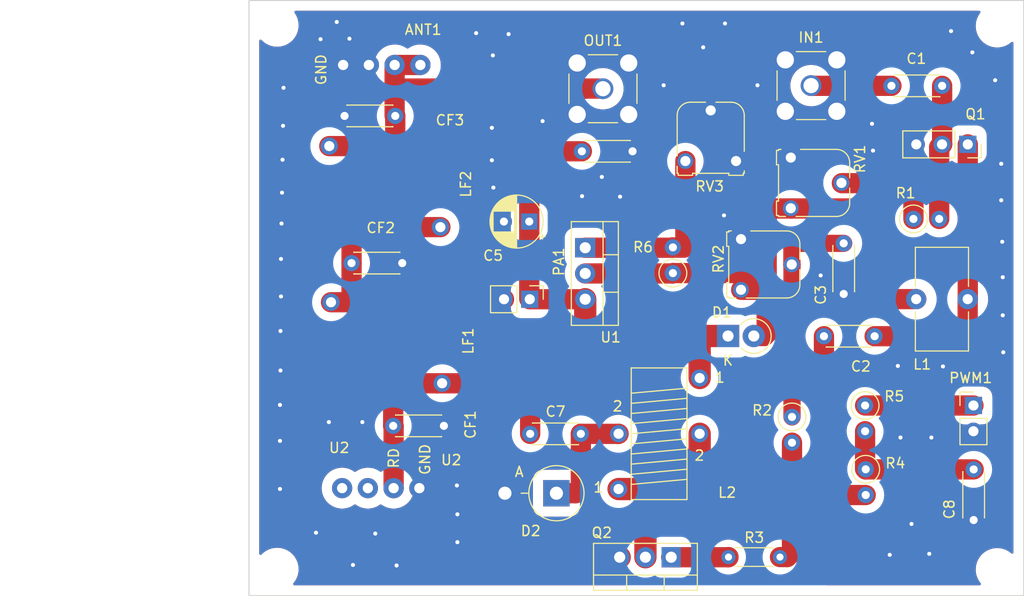
<source format=kicad_pcb>
(kicad_pcb (version 20211014) (generator pcbnew)
  (layers (0 "F.Cu" signal) (31 "B.Cu" signal) (35 "F.Paste" user) (37 "F.SilkS" user "F.Silkscreen") (38 "B.Mask" user) (39 "F.Mask" user) (44 "Edge.Cuts" user))
  (net 0 "")
  (net 1 "GND")
  (net 2 "+VDC")
  (net 3 "Net-(CF2-Pad1)")
  (net 4 "Net-(C3-Pad1)")
  (net 5 "Net-(PWM1-Pad1)")
  (net 6 "/DC_BIAS_1")
  (net 7 "Net-(C2-Pad2)")
  (net 8 "/RF_IN_200mW")
  (net 9 "Net-(D1-Pad2)")
  (net 10 "Net-(Q2-Pad1)")
  (net 11 "Net-(R1-Pad1)")
  (net 12 "Net-(C7-Pad2)")
  (net 13 "Net-(C8-Pad1)")
  (net 14 "/8-10mW")
  (net 15 "/RF_OUT")
  (net 16 "Net-(CF3-Pad1)")
  (net 17 "/DRAIN")
  (net 20 "Net-(R6-Pad2)")
  (footprint "footprints:uSDX_LPF_Band_Module" (layer "F.Cu") (at 12.51 80.695 90)
    (fp_text reference "U2" (at 6.781 33.21) (layer "F.SilkS"))
    (fp_text value "uSDX_LPF_BAND_MODULE (100v caps)" hide)
    (fp_text user "GND" (at 44.119 31.432 270) (layer "F.SilkS"))
    (fp_text user "GND" (at 5.635 41.68 270) (layer "F.SilkS"))
    (fp_text user "ANT1" (at 48.065 41.5) (layer "F.SilkS"))
    (pad "1" thru_hole circle (at 2.8 33.5 270) (size 2 2) (drill 1.016) (layers *.Cu *.Mask))
    (pad "2" thru_hole circle (at 2.8 36.04 270) (size 2 2) (drill 1.016) (layers *.Cu *.Mask))
    (pad "3" thru_hole circle (at 2.8 38.58 270) (size 2 2) (drill 1.016) (layers *.Cu *.Mask) (net 15 "/RF_OUT"))
    (pad "4" thru_hole circle (at 2.8 41.12 270) (size 2 2) (drill 1.016) (layers *.Cu *.Mask) (net 1 "GND"))
    (pad "5" thru_hole circle (at 44.58 41.22 270) (size 2 2) (drill 1.016) (layers *.Cu *.Mask) (net 16 "Net-(CF3-Pad1)"))
    (pad "6" thru_hole circle (at 44.58 38.68 270) (size 2 2) (drill 1.016) (layers *.Cu *.Mask) (net 16 "Net-(CF3-Pad1)"))
    (pad "7" thru_hole circle (at 44.58 36.14 270) (size 2 2) (drill 1.016) (layers *.Cu *.Mask) (net 1 "GND"))
    (pad "8" thru_hole circle (at 44.58 33.6 270) (size 2 2) (drill 1.016) (layers *.Cu *.Mask) (net 1 "GND"))
  )
  (footprint "Resistor_THT:R_Axial_DIN0204_L3.6mm_D1.6mm_P5.08mm_Horizontal" (layer "F.Cu") (at 84.125 84.7)
    (fp_text reference "R3" (at 2.54 -1.92) (layer "F.SilkS"))
    (fp_text value "10" hide)
    (pad "1" thru_hole circle locked (at 0 0) (size 1.4 1.4) (drill 0.7) (layers *.Cu *.Mask) (net 10 "Net-(Q2-Pad1)"))
    (pad "2" thru_hole oval locked (at 5.08 0) (size 1.4 1.4) (drill 0.7) (layers *.Cu *.Mask) (net 8 "/RF_IN_200mW"))
  )
  (footprint "Capacitor_THT:C_Disc_D4.3mm_W1.9mm_P5.00mm" (layer "F.Cu") (at 108.31 76.045 -90)
    (fp_text reference "C8" (at 3.935 2.4 90) (layer "F.SilkS"))
    (fp_text value "10nF" hide)
    (pad "1" thru_hole circle locked (at 0 0 270) (size 1.6 1.6) (drill 0.8) (layers *.Cu *.Mask) (net 13 "Net-(C8-Pad1)"))
    (pad "2" thru_hole circle locked (at 5 0 270) (size 1.6 1.6) (drill 0.8) (layers *.Cu *.Mask) (net 1 "GND"))
  )
  (footprint "Capacitor_THT:C_Disc_D4.3mm_W1.9mm_P5.00mm" (layer "F.Cu") (at 93.54 62.895)
    (fp_text reference "C2" (at 3.64 2.98) (layer "F.SilkS"))
    (fp_text value "100nF" hide)
    (pad "1" thru_hole circle locked (at 0 0) (size 1.6 1.6) (drill 0.8) (layers *.Cu *.Mask) (net 8 "/RF_IN_200mW"))
    (pad "2" thru_hole circle locked (at 5 0) (size 1.6 1.6) (drill 0.8) (layers *.Cu *.Mask) (net 7 "Net-(C2-Pad2)"))
  )
  (footprint "Resistor_THT:R_Axial_DIN0207_L6.3mm_D2.5mm_P2.54mm_Vertical" (layer "F.Cu") (at 97.6 69.735 -90)
    (fp_text reference "R5" (at -0.901 -2.88) (layer "F.SilkS"))
    (fp_text value "10k" hide)
    (pad "1" thru_hole circle locked (at 0 0 270) (size 1.6 1.6) (drill 0.8) (layers *.Cu *.Mask) (net 5 "Net-(PWM1-Pad1)"))
    (pad "2" thru_hole oval locked (at 2.54 0 270) (size 1.6 1.6) (drill 0.8) (layers *.Cu *.Mask) (net 13 "Net-(C8-Pad1)"))
  )
  (footprint "Capacitor_THT:C_Disc_D4.3mm_W1.9mm_P5.00mm" (layer "F.Cu") (at 64.56 72.535)
    (fp_text reference "C7" (at 2.5 -2.2) (layer "F.SilkS"))
    (fp_text value "100nF 100v" hide)
    (pad "1" thru_hole circle locked (at 0 0) (size 1.6 1.6) (drill 0.8) (layers *.Cu *.Mask) (net 15 "/RF_OUT"))
    (pad "2" thru_hole circle locked (at 5 0) (size 1.6 1.6) (drill 0.8) (layers *.Cu *.Mask) (net 12 "Net-(C7-Pad2)"))
  )
  (footprint "Connector_PinHeader_2.54mm:PinHeader_1x02_P2.54mm_Vertical" (layer "F.Cu") (at 108.29 69.735)
    (fp_text reference "PWM1" (at -0.27 -2.72) (layer "F.SilkS"))
    (fp_text value "Conn_01x02" hide)
    (pad "1" thru_hole rect locked (at 0 0) (size 1.7 1.7) (drill 1) (layers *.Cu *.Mask) (net 5 "Net-(PWM1-Pad1)"))
    (pad "2" thru_hole oval locked (at 0 2.54) (size 1.7 1.7) (drill 1) (layers *.Cu *.Mask) (net 1 "GND"))
  )
  (footprint "Package_TO_SOT_THT:TO-220-3_Vertical" (layer "F.Cu") (at 78.47 84.715 180)
    (fp_text reference "Q2" (at 6.842 2.419) (layer "F.SilkS"))
    (fp_text value "IRF510" hide)
    (pad "1" thru_hole rect locked (at 0 0 180) (size 1.905 2) (drill 1.1) (layers *.Cu *.Mask) (net 10 "Net-(Q2-Pad1)"))
    (pad "2" thru_hole oval locked (at 2.54 0 180) (size 1.905 2) (drill 1.1) (layers *.Cu *.Mask) (net 17 "/DRAIN"))
    (pad "3" thru_hole oval locked (at 5.08 0 180) (size 1.905 2) (drill 1.1) (layers *.Cu *.Mask) (net 1 "GND"))
  )
  (footprint "Resistor_THT:R_Axial_DIN0207_L6.3mm_D2.5mm_P2.54mm_Vertical" (layer "F.Cu") (at 97.66 76.035 -90)
    (fp_text reference "R4" (at -0.597 -2.924 180) (layer "F.SilkS"))
    (fp_text value "10k" hide)
    (pad "1" thru_hole circle locked (at 0 0 270) (size 1.6 1.6) (drill 0.8) (layers *.Cu *.Mask) (net 13 "Net-(C8-Pad1)"))
    (pad "2" thru_hole oval locked (at 2.54 0 270) (size 1.6 1.6) (drill 0.8) (layers *.Cu *.Mask) (net 8 "/RF_IN_200mW"))
  )
  (footprint "Resistor_THT:R_Axial_DIN0207_L6.3mm_D2.5mm_P2.54mm_Vertical" (layer "F.Cu") (at 90.39 70.865 -90)
    (fp_text reference "R2" (at -0.65 2.95 180) (layer "F.SilkS"))
    (fp_text value "3.3k" hide)
    (pad "1" thru_hole circle locked (at 0 0 270) (size 1.6 1.6) (drill 0.8) (layers *.Cu *.Mask) (net 4 "Net-(C3-Pad1)"))
    (pad "2" thru_hole oval locked (at 2.54 0 270) (size 1.6 1.6) (drill 0.8) (layers *.Cu *.Mask) (net 8 "/RF_IN_200mW"))
  )
  (footprint "Capacitor_THT:C_Disc_D4.3mm_W1.9mm_P5.00mm" (layer "F.Cu") (at 105.2 38.175 180)
    (fp_text reference "C1" (at 2.544 2.682) (layer "F.SilkS"))
    (fp_text value "100nF" hide)
    (pad "1" thru_hole circle locked (at 0 0 180) (size 1.6 1.6) (drill 0.8) (layers *.Cu *.Mask) (net 6 "/DC_BIAS_1"))
    (pad "2" thru_hole circle locked (at 5 0 180) (size 1.6 1.6) (drill 0.8) (layers *.Cu *.Mask) (net 14 "/8-10mW"))
  )
  (footprint "Connector_PinSocket_2.54mm:PinSocket_1x03_P2.54mm_Vertical" (layer "F.Cu") (at 107.73 43.955 -90)
    (fp_text reference "Q1" (at -2.985 -0.76 180) (layer "F.SilkS"))
    (fp_text value "BS170" hide)
    (pad "1" thru_hole rect locked (at 0 0 270) (size 1.7 1.7) (drill 1) (layers *.Cu *.Mask) (net 7 "Net-(C2-Pad2)"))
    (pad "2" thru_hole oval locked (at 0 2.54 270) (size 1.7 1.7) (drill 1) (layers *.Cu *.Mask) (net 6 "/DC_BIAS_1"))
    (pad "3" thru_hole oval locked (at 0 5.08 270) (size 1.7 1.7) (drill 1) (layers *.Cu *.Mask) (net 1 "GND"))
  )
  (footprint "Resistor_THT:R_Axial_DIN0207_L6.3mm_D2.5mm_P2.54mm_Vertical" (layer "F.Cu") (at 102.37 51.315)
    (fp_text reference "R1" (at -0.77 -2.547 180) (layer "F.SilkS"))
    (fp_text value "4.7k" hide)
    (pad "1" thru_hole circle locked (at 0 0) (size 1.6 1.6) (drill 0.8) (layers *.Cu *.Mask) (net 11 "Net-(R1-Pad1)"))
    (pad "2" thru_hole oval locked (at 2.54 0) (size 1.6 1.6) (drill 0.8) (layers *.Cu *.Mask) (net 6 "/DC_BIAS_1"))
  )
  (footprint "Inductor_THT:L_Toroid_Vertical_L10.0mm_W5.0mm_P5.08mm" (layer "F.Cu") (at 107.72 59.235 -90)
    (fp_text reference "L1" (at 6.44 4.49 180) (layer "F.SilkS"))
    (fp_text value "L_Ferrite" hide)
    (pad "1" thru_hole circle locked (at 0 0 270) (size 2 2) (drill 1) (layers *.Cu *.Mask) (net 7 "Net-(C2-Pad2)"))
    (pad "2" thru_hole circle locked (at 0 5.08 270) (size 2 2) (drill 1) (layers *.Cu *.Mask) (net 9 "Net-(D1-Pad2)"))
  )
  (footprint "Diode_THT:D_DO-41_SOD81_P2.54mm_Vertical_KathodeUp" (layer "F.Cu") (at 84.08 62.875)
    (fp_text reference "D1" (at -0.61 -2.325) (layer "F.SilkS"))
    (fp_text value "1N4007" hide)
    (fp_text user "K" (at -0.01 2.415) (layer "F.SilkS"))
    (pad "1" thru_hole rect (at 0 0) (size 2.2 2.2) (drill 1.1) (layers *.Cu *.Mask) (net 2 "+VDC"))
    (pad "2" thru_hole oval (at 2.54 0) (size 2.2 2.2) (drill 1.1) (layers *.Cu *.Mask) (net 9 "Net-(D1-Pad2)"))
  )
  (footprint "footprints:FT50-43 Transformer" (layer "F.Cu") (at 77.28 80.525 180)
    (fp_text reference "L2" (at -6.71 2.195 unlocked) (layer "F.SilkS"))
    (fp_text value "L_Ferrite_Coupled" hide)
    (pad "1" thru_hole circle locked (at 4 2.54 180) (size 1.7 1.7) (drill 1) (layers *.Cu *.Mask) (net 17 "/DRAIN"))
    (pad "2" thru_hole circle locked (at -4 13.5 180) (size 1.7 1.7) (drill 1) (layers *.Cu *.Mask) (net 2 "+VDC"))
    (pad "3" thru_hole circle locked (at 4 8 180) (size 1.7 1.7) (drill 1) (layers *.Cu *.Mask) (net 12 "Net-(C7-Pad2)"))
    (pad "4" thru_hole circle locked (at -4 8 180) (size 1.7 1.7) (drill 1) (layers *.Cu *.Mask) (net 17 "/DRAIN"))
  )
  (footprint "Potentiometer_THT:Potentiometer_Runtron_RM-065_Vertical" (layer "F.Cu") (at 85.36 58.31 90)
    (fp_text reference "RV2" (at 3.04 -2.22 270) (layer "F.SilkS"))
    (fp_text value "5k")
    (pad "1" thru_hole rect (at 5 0 90) (size 1.56 1.56) (drill 1) (layers *.Cu *.Mask) (net 1 "GND"))
    (pad "2" thru_hole circle (at 2.5 5 90) (size 1.56 1.56) (drill 1) (layers *.Cu *.Mask) (net 4 "Net-(C3-Pad1)"))
    (pad "3" thru_hole circle (at 0 0 90) (size 1.56 1.56) (drill 1) (layers *.Cu *.Mask) (net 9 "Net-(D1-Pad2)"))
  )
  (footprint "Potentiometer_THT:Potentiometer_Runtron_RM-065_Vertical" (layer "F.Cu") (at 90.27 50.26 90)
    (fp_text reference "RV1" (at 4.86 6.82 90) (layer "F.SilkS"))
    (fp_text value "5k")
    (pad "1" thru_hole rect (at 5 0 90) (size 1.56 1.56) (drill 1) (layers *.Cu *.Mask) (net 1 "GND"))
    (pad "2" thru_hole circle (at 2.5 5 90) (size 1.56 1.56) (drill 1) (layers *.Cu *.Mask) (net 11 "Net-(R1-Pad1)"))
    (pad "3" thru_hole circle (at 0 0 90) (size 1.56 1.56) (drill 1) (layers *.Cu *.Mask) (net 9 "Net-(D1-Pad2)"))
  )
  (footprint "Capacitor_THT:C_Disc_D4.3mm_W1.9mm_P5.00mm" (layer "F.Cu") (at 95.49 53.725 -90)
    (fp_text reference "C3" (at 5.09 2.27 -90) (layer "F.SilkS"))
    (fp_text value "100nF" hide)
    (pad "1" thru_hole circle locked (at 0 0 270) (size 1.6 1.6) (drill 0.8) (layers *.Cu *.Mask) (net 4 "Net-(C3-Pad1)"))
    (pad "2" thru_hole circle locked (at 5 0 270) (size 1.6 1.6) (drill 0.8) (layers *.Cu *.Mask) (net 1 "GND"))
  )
  (footprint "Capacitor_THT:CP_Radial_D5.0mm_P2.50mm" (layer "F.Cu") (at 64.47 51.575 180)
    (fp_text reference "C5" (at 3.568 -3.362) (layer "F.SilkS"))
    (fp_text value "10uF 50v" hide)
    (pad "1" thru_hole rect locked (at 0 0 180) (size 1.6 1.6) (drill 0.8) (layers *.Cu *.Mask) (net 2 "+VDC"))
    (pad "2" thru_hole circle locked (at 2.5 0 180) (size 1.6 1.6) (drill 0.8) (layers *.Cu *.Mask) (net 1 "GND"))
  )
  (footprint "Capacitor_THT:C_Disc_D4.3mm_W1.9mm_P5.00mm" (layer "F.Cu") (at 69.66 44.637)
    (fp_text reference "C6" hide)
    (fp_text value "100nF" hide)
    (pad "1" thru_hole circle locked (at 0 0) (size 1.6 1.6) (drill 0.8) (layers *.Cu *.Mask) (net 2 "+VDC"))
    (pad "2" thru_hole circle locked (at 5 0) (size 1.6 1.6) (drill 0.8) (layers *.Cu *.Mask) (net 1 "GND"))
  )
  (footprint "Package_TO_SOT_THT:TO-220-3_Vertical" (layer "F.Cu") (at 69.99 54.16 -90)
    (fp_text reference "U1" (at 8.84 -2.51) (layer "F.SilkS"))
    (fp_text value "LM317_TO-220" hide)
    (pad "1" thru_hole rect locked (at 0 0 270) (size 1.905 2) (drill 1.1) (layers *.Cu *.Mask) (net 20 "Net-(R6-Pad2)"))
    (pad "2" thru_hole oval locked (at 2.54 0 270) (size 1.905 2) (drill 1.1) (layers *.Cu *.Mask) (net 9 "Net-(D1-Pad2)"))
    (pad "3" thru_hole oval locked (at 5.08 0 270) (size 1.905 2) (drill 1.1) (layers *.Cu *.Mask) (net 2 "+VDC"))
  )
  (footprint "Connector_PinHeader_2.54mm:PinHeader_1x02_P2.54mm_Vertical" (layer "F.Cu") (at 64.52 59.245 -90)
    (fp_text reference "PA1" (at -3.7 -2.87 -90) (layer "F.SilkS"))
    (fp_text value "VDC" hide)
    (pad "1" thru_hole rect locked (at 0 0 270) (size 1.7 1.7) (drill 1) (layers *.Cu *.Mask) (net 2 "+VDC"))
    (pad "2" thru_hole oval locked (at 0 2.54 270) (size 1.7 1.7) (drill 1) (layers *.Cu *.Mask) (net 1 "GND"))
  )
  (footprint "Diode_THT:D_DO-201_P5.08mm_Vertical_AnodeUp" (layer "F.Cu") (at 67.15 78.395 180)
    (fp_text reference "D2" (at 2.54 -3.725) (layer "F.SilkS"))
    (fp_text value "75v 5W" hide)
    (fp_text user "A" (at 3.67 2.105) (layer "F.SilkS"))
    (pad "1" thru_hole rect locked (at 0 0 180) (size 2.6 2.6) (drill 1.3) (layers *.Cu *.Mask) (net 12 "Net-(C7-Pad2)"))
    (pad "2" thru_hole oval locked (at 5.08 0 180) (size 2.6 2.6) (drill 1.3) (layers *.Cu *.Mask) (net 1 "GND"))
  )
  (footprint "MountingHole:MountingHole_2.2mm_M2" (layer "F.Cu") (at 39.6 85.9)
    (fp_text reference "H3" hide)
    (fp_text value "MountingHole" hide)
    (pad "" np_thru_hole circle (at 0 0) (size 2.2 2.2) (drill 2.2) (layers *.Cu *.Mask))
  )
  (footprint "Capacitor_THT:C_Disc_D4.3mm_W1.9mm_P5.00mm" (layer "F.Cu") (at 46.94 55.675)
    (fp_text reference "CF2" (at 2.88 -3.476 180) (layer "F.SilkS"))
    (fp_text value "180pF" hide)
    (pad "1" thru_hole circle locked (at 0 0) (size 1.6 1.6) (drill 0.8) (layers *.Cu *.Mask) (net 3 "Net-(CF2-Pad1)"))
    (pad "2" thru_hole circle locked (at 5 0) (size 1.6 1.6) (drill 0.8) (layers *.Cu *.Mask) (net 1 "GND"))
  )
  (footprint "Connector_Coaxial:SMA_Amphenol_901-144_Vertical" (layer "F.Cu") (at 92.27 38.15)
    (fp_text reference "IN1" (at 0 -4.75) (layer "F.SilkS"))
    (fp_text value "SMA" hide)
    (pad "1" thru_hole circle locked (at 0 0) (size 2.05 2.05) (drill 1.5) (layers *.Cu *.Mask) (net 14 "/8-10mW"))
    (pad "2" thru_hole circle locked (at -2.54 2.54) (size 2.25 2.25) (drill 1.7) (layers *.Cu *.Mask) (net 1 "GND"))
    (pad "2" thru_hole circle locked (at 2.54 2.54) (size 2.25 2.25) (drill 1.7) (layers *.Cu *.Mask) (net 1 "GND"))
    (pad "2" thru_hole circle locked (at -2.54 -2.54) (size 2.25 2.25) (drill 1.7) (layers *.Cu *.Mask) (net 1 "GND"))
    (pad "2" thru_hole circle locked (at 2.54 -2.54) (size 2.25 2.25) (drill 1.7) (layers *.Cu *.Mask) (net 1 "GND"))
  )
  (footprint "Potentiometer_THT:Potentiometer_Runtron_RM-065_Vertical" (layer "F.Cu") (at 84.87 45.6 180)
    (fp_text reference "RV3" (at 2.6 -2.5 180) (layer "F.SilkS"))
    (fp_text value "5k")
    (pad "1" thru_hole rect (at 0 0 180) (size 1.56 1.56) (drill 1) (layers *.Cu *.Mask) (net 1 "GND"))
    (pad "2" thru_hole circle (at 2.5 5 180) (size 1.56 1.56) (drill 1) (layers *.Cu *.Mask) (net 1 "GND"))
    (pad "3" thru_hole circle (at 5 0 180) (size 1.56 1.56) (drill 1) (layers *.Cu *.Mask) (net 20 "Net-(R6-Pad2)"))
  )
  (footprint "Resistor_THT:R_Axial_DIN0207_L6.3mm_D2.5mm_P2.54mm_Vertical" (layer "F.Cu") (at 78.64 56.665 90)
    (fp_text reference "R6" (at 2.563 -2.948 180) (layer "F.SilkS"))
    (fp_text value "220" hide)
    (pad "1" thru_hole circle locked (at 0 0 90) (size 1.6 1.6) (drill 0.8) (layers *.Cu *.Mask) (net 9 "Net-(D1-Pad2)"))
    (pad "2" thru_hole oval locked (at 2.54 0 90) (size 1.6 1.6) (drill 0.8) (layers *.Cu *.Mask) (net 20 "Net-(R6-Pad2)"))
  )
  (footprint "Capacitor_THT:C_Disc_D4.3mm_W1.9mm_P5.00mm" (layer "F.Cu") (at 51.25 41.145 180)
    (fp_text reference "CF3" (at -5.4 -0.425 180) (layer "F.SilkS"))
    (fp_text value "100pF" hide)
    (pad "1" thru_hole circle locked (at 0 0 180) (size 1.6 1.6) (drill 0.8) (layers *.Cu *.Mask) (net 16 "Net-(CF3-Pad1)"))
    (pad "2" thru_hole circle locked (at 5 0 180) (size 1.6 1.6) (drill 0.8) (layers *.Cu *.Mask) (net 1 "GND"))
  )
  (footprint "footprints:FT50-43 INDUCTOR" (layer "F.Cu") (at 58.245 48.125 -90)
    (fp_text reference "LF2" (at -0.244 0.032 90 unlocked) (layer "F.SilkS"))
    (fp_text value "330nH (T50-6 9T)" hide)
    (pad "1" thru_hole circle (at 4 2.54 270) (size 1.7 1.7) (drill 1) (layers *.Cu *.Mask) (net 3 "Net-(CF2-Pad1)"))
    (pad "2" thru_hole circle (at -4 13.5 270) (size 1.7 1.7) (drill 1) (layers *.Cu *.Mask) (net 16 "Net-(CF3-Pad1)"))
  )
  (footprint "Capacitor_THT:C_Disc_D4.3mm_W1.9mm_P5.00mm" (layer "F.Cu") (at 51.05 71.745)
    (fp_text reference "CF1" (at 7.62 -0.115 90) (layer "F.SilkS"))
    (fp_text value "100pF" hide)
    (pad "1" thru_hole circle locked (at 0 0) (size 1.6 1.6) (drill 0.8) (layers *.Cu *.Mask) (net 15 "/RF_OUT"))
    (pad "2" thru_hole circle locked (at 5 0) (size 1.6 1.6) (drill 0.8) (layers *.Cu *.Mask) (net 1 "GND"))
  )
  (footprint "Connector_Coaxial:SMA_Amphenol_901-144_Vertical" (layer "F.Cu") (at 71.74 38.46)
    (fp_text reference "OUT1" (at 0 -4.75) (layer "F.SilkS"))
    (fp_text value "SMA" hide)
    (pad "1" thru_hole circle locked (at 0 0) (size 2.05 2.05) (drill 1.5) (layers *.Cu *.Mask) (net 16 "Net-(CF3-Pad1)"))
    (pad "2" thru_hole circle locked (at 2.54 2.54) (size 2.25 2.25) (drill 1.7) (layers *.Cu *.Mask) (net 1 "GND"))
    (pad "2" thru_hole circle locked (at -2.54 -2.54) (size 2.25 2.25) (drill 1.7) (layers *.Cu *.Mask) (net 1 "GND"))
    (pad "2" thru_hole circle locked (at 2.54 -2.54) (size 2.25 2.25) (drill 1.7) (layers *.Cu *.Mask) (net 1 "GND"))
    (pad "2" thru_hole circle locked (at -2.54 2.54) (size 2.25 2.25) (drill 1.7) (layers *.Cu *.Mask) (net 1 "GND"))
  )
  (footprint "MountingHole:MountingHole_2.2mm_M2" (layer "F.Cu") (at 39.6 32.2)
    (fp_text reference "H1" hide)
    (fp_text value "MountingHole" hide)
    (pad "" np_thru_hole circle (at 0 0) (size 2.2 2.2) (drill 2.2) (layers *.Cu *.Mask))
  )
  (footprint "footprints:FT50-43 INDUCTOR" (layer "F.Cu") (at 58.415 63.54 -90)
    (fp_text reference "LF1" (at -0.17 -0.038 90 unlocked) (layer "F.SilkS"))
    (fp_text value "330nH" hide)
    (pad "1" thru_hole circle (at 4 2.54 270) (size 1.7 1.7) (drill 1) (layers *.Cu *.Mask) (net 15 "/RF_OUT"))
    (pad "2" thru_hole circle (at -4 13.5 270) (size 1.7 1.7) (drill 1) (layers *.Cu *.Mask) (net 3 "Net-(CF2-Pad1)"))
  )
  (footprint "MountingHole:MountingHole_2.2mm_M2" (layer "F.Cu") (at 110.63 32.27)
    (fp_text reference "H2" hide)
    (fp_text value "MountingHole" hide)
    (pad "" np_thru_hole circle (at 0 0) (size 2.2 2.2) (drill 2.2) (layers *.Cu *.Mask))
  )
  (footprint "MountingHole:MountingHole_2.2mm_M2" (layer "F.Cu") (at 110.63 85.93)
    (fp_text reference "H4" hide)
    (fp_text value "MountingHole" hide)
    (pad "" np_thru_hole circle (at 0 0) (size 2.2 2.2) (drill 2.2) (layers *.Cu *.Mask))
  )
  (gr_rect (start 36.82 29.75) (end 113.25 88.5) (layer "Edge.Cuts") (width 0.1) (fill none))
  (gr_text "1" (at 83.28 66.975) (layer "F.SilkS") (effects (font (size 1 1))))
  (gr_text "U2" (at 56.77 75.12) (layer "F.SilkS") (effects (font (size 1 1))))
  (gr_text "2" (at 81.26 74.675) (layer "F.SilkS") (effects (font (size 1 1))))
  (gr_text "2" (at 73.18 69.815) (layer "F.SilkS") (effects (font (size 1 1))))
  (gr_text "1" (at 71.29 77.82) (layer "F.SilkS") (effects (font (size 1 1))))
  (gr_text "RD" (at 51.1 74.93 90) (layer "F.SilkS") (effects (font (size 1 1))))
  (segment (start 51.94 55.675) (end 58.41 55.675) (width 2) (layer "F.Cu") (net 1))
  (segment (start 62.32001 84.715) (end 62.3 84.69499) (width 2) (layer "F.Cu") (net 1))
  (segment (start 73.39 84.715) (end 62.32001 84.715) (width 2.2) (layer "F.Cu") (net 1))
  (segment (start 62.07 78.395) (end 62.07 84.46499) (width 2.2) (layer "F.Cu") (net 1))
  (segment (start 58.41 55.675) (end 61.98 59.245) (width 2) (layer "F.Cu") (net 1))
  (via (at 100.03 84.48) (size 0.8) (drill 0.4) (layers "F.Cu" "B.Cu") (net 1))
  (via (at 43.88 33.57) (size 0.8) (drill 0.4) (layers "F.Cu" "B.Cu") (net 1))
  (via (at 111.03 45.87) (size 0.8) (drill 0.4) (layers "F.Cu" "B.Cu") (net 1))
  (via (at 83.68 50.97) (size 0.8) (drill 0.4) (layers "F.Cu" "B.Cu") (net 1))
  (via (at 106.08 32.77) (size 0.8) (drill 0.4) (layers "F.Cu" "B.Cu") (net 1))
  (via (at 111.23 64.48) (size 0.8) (drill 0.4) (layers "F.Cu" "B.Cu") (net 1))
  (via (at 39.878 77.978) (size 0.8) (drill 0.4) (layers "F.Cu" "B.Cu") (net 1))
  (via (at 101.092 72.898) (size 0.8) (drill 0.4) (layers "F.Cu" "B.Cu") (net 1))
  (via (at 111.18 60.83) (size 0.8) (drill 0.4) (layers "F.Cu" "B.Cu") (net 1))
  (via (at 39.93 62.38) (size 0.8) (drill 0.4) (layers "F.Cu" "B.Cu") (net 1))
  (via (at 71.63 47.17) (size 0.8) (drill 0.4) (layers "F.Cu" "B.Cu") (net 1))
  (via (at 104.14 72.898) (size 0.8) (drill 0.4) (layers "F.Cu" "B.Cu") (net 1))
  (via (at 39.93 66.28) (size 0.8) (drill 0.4) (layers "F.Cu" "B.Cu") (net 1))
  (via (at 39.98 55.27) (size 0.8) (drill 0.4) (layers "F.Cu" "B.Cu") (net 1))
  (via (at 60.88 35.17) (size 0.8) (drill 0.4) (layers "F.Cu" "B.Cu") (net 1))
  (via (at 45.48 31.87) (size 0.8) (drill 0.4) (layers "F.Cu" "B.Cu") (net 1))
  (via (at 103.93 84.38) (size 0.8) (drill 0.4) (layers "F.Cu" "B.Cu") (net 1))
  (via (at 44.704 71.374) (size 0.8) (drill 0.4) (layers "F.Cu" "B.Cu") (net 1))
  (via (at 81.63 34.37) (size 0.8) (drill 0.4) (layers "F.Cu" "B.Cu") (net 1))
  (via (at 60.93 48.22) (size 0.8) (drill 0.4) (layers "F.Cu" "B.Cu") (net 1))
  (via (at 79.58 32.02) (size 0.8) (drill 0.4) (layers "F.Cu" "B.Cu") (net 1))
  (via (at 60.78 45.52) (size 0.8) (drill 0.4) (layers "F.Cu" "B.Cu") (net 1))
  (via (at 59.23 32.97) (size 0.8) (drill 0.4) (layers "F.Cu" "B.Cu") (net 1))
  (via (at 51.38 85.53) (size 0.8) (drill 0.4) (layers "F.Cu" "B.Cu") (net 1))
  (via (at 40.03 51.77) (size 0.8) (drill 0.4) (layers "F.Cu" "B.Cu") (net 1))
  (via (at 62.43 33.07) (size 0.8) (drill 0.4) (layers "F.Cu" "B.Cu") (net 1))
  (via (at 93.218 56.896) (size 0.8) (drill 0.4) (layers "F.Cu" "B.Cu") (net 1))
  (via (at 40.23 38.37) (size 0.8) (drill 0.4) (layers "F.Cu" "B.Cu") (net 1))
  (via (at 86.98 38.12) (size 0.8) (drill 0.4) (layers "F.Cu" "B.Cu") (net 1))
  (via (at 83.78 32.02) (size 0.8) (drill 0.4) (layers "F.Cu" "B.Cu") (net 1))
  (via (at 57.38 80.48) (size 0.8) (drill 0.4) (layers "F.Cu" "B.Cu") (net 1))
  (via (at 69.68 49.07) (size 0.8) (drill 0.4) (layers "F.Cu" "B.Cu") (net 1))
  (via (at 77.73 38.12) (size 0.8) (drill 0.4) (layers "F.Cu" "B.Cu") (net 1))
  (via (at 73.43 49.12) (size 0.8) (drill 0.4) (layers "F.Cu" "B.Cu") (net 1))
  (via (at 40.18 42.12) (size 0.8) (drill 0.4) (layers "F.Cu" "B.Cu") (net 1))
  (via (at 57.33 77.63) (size 0.8) (drill 0.4) (layers "F.Cu" "B.Cu") (net 1))
  (via (at 111.03 49.47) (size 0.8) (drill 0.4) (layers "F.Cu" "B.Cu") (net 1))
  (via (at 40.08 48.72) (size 0.8) (drill 0.4) (layers "F.Cu" "B.Cu") (net 1))
  (via (at 111.13 53.57) (size 0.8) (drill 0.4) (layers "F.Cu" "B.Cu") (net 1))
  (via (at 105.28 65.88) (size 0.8) (drill 0.4) (layers "F.Cu" "B.Cu") (net 1))
  (via (at 98.38 44.57) (size 0.8) (drill 0.4) (layers "F.Cu" "B.Cu") (net 1))
  (via (at 48.006 71.374) (size 0.8) (drill 0.4) (layers "F.Cu" "B.Cu") (net 1))
  (via (at 98.28 41.92) (size 0.8) (drill 0.4) (layers "F.Cu" "B.Cu") (net 1))
  (via (at 43.434 82.296) (size 0.8) (drill 0.4) (layers "F.Cu" "B.Cu") (net 1))
  (via (at 108.18 34.87) (size 0.8) (drill 0.4) (layers "F.Cu" "B.Cu") (net 1))
  (via (at 46.73 33.52) (size 0.8) (drill 0.4) (layers "F.Cu" "B.Cu") (net 1))
  (via (at 57.38 83.23) (size 0.8) (drill 0.4) (layers "F.Cu" "B.Cu") (net 1))
  (via (at 110.43 37.62) (size 0.8) (drill 0.4) (layers "F.Cu" "B.Cu") (net 1))
  (via (at 60.78 42.32) (size 0.8) (drill 0.4) (layers "F.Cu" "B.Cu") (net 1))
  (via (at 39.88 69.68) (size 0.8) (drill 0.4) (layers "F.Cu" "B.Cu") (net 1))
  (via (at 100.83 65.83) (size 0.8) (drill 0.4) (layers "F.Cu" "B.Cu") (net 1))
  (via (at 65.786 41.656) (size 0.8) (drill 0.4) (layers "F.Cu" "B.Cu") (net 1))
  (via (at 49.28 82.38) (size 0.8) (drill 0.4) (layers "F.Cu" "B.Cu") (net 1))
  (via (at 111.18 57.07) (size 0.8) (drill 0.4) (layers "F.Cu" "B.Cu") (net 1))
  (via (at 39.88 73.23) (size 0.8) (drill 0.4) (layers "F.Cu" "B.Cu") (net 1))
  (via (at 39.98 58.97) (size 0.8) (drill 0.4) (layers "F.Cu" "B.Cu") (net 1))
  (via (at 40.13 45.47) (size 0.8) (drill 0.4) (layers "F.Cu" "B.Cu") (net 1))
  (via (at 47.08 85.48) (size 0.8) (drill 0.4) (layers "F.Cu" "B.Cu") (net 1))
  (via (at 102.18 81.43) (size 0.8) (drill 0.4) (layers "F.Cu" "B.Cu") (net 1))
  (segment (start 81.28 63.45) (end 80.705 62.875) (width 2) (layer "F.Cu") (net 2))
  (segment (start 65.133 44.637) (end 69.66 44.637) (width 2) (layer "F.Cu") (net 2))
  (segment (start 69.985 59.245) (end 69.99 59.24) (width 2) (layer "F.Cu") (net 2))
  (segment (start 81.28 67.025) (end 81.28 63.45) (width 2.2) (layer "F.Cu") (net 2))
  (segment (start 64.47 51.575) (end 64.47 59.195) (width 2) (layer "F.Cu") (net 2))
  (segment (start 64.52 59.245) (end 69.985 59.245) (width 2) (layer "F.Cu") (net 2))
  (segment (start 64.47 51.575) (end 64.47 45.3) (width 2) (layer "F.Cu") (net 2))
  (segment (start 64.47 45.3) (end 65.133 44.637) (width 2) (layer "F.Cu") (net 2))
  (segment (start 80.705 62.875) (end 70.375 62.875) (width 2.2) (layer "F.Cu") (net 2))
  (segment (start 70.375 62.875) (end 69.99 62.49) (width 2.2) (layer "F.Cu") (net 2))
  (segment (start 84.08 62.875) (end 80.705 62.875) (width 2.2) (layer "F.Cu") (net 2))
  (segment (start 69.99 62.49) (end 69.99 59.24) (width 2.2) (layer "F.Cu") (net 2))
  (segment (start 46.68 59.545) (end 46.675 59.54) (width 2) (layer "F.Cu") (net 3))
  (segment (start 46.94 55.675) (end 46.94 52.595) (width 2) (layer "F.Cu") (net 3))
  (segment (start 47.41 52.125) (end 55.705 52.125) (width 2) (layer "F.Cu") (net 3))
  (segment (start 46.94 59.285) (end 46.68 59.545) (width 2) (layer "F.Cu") (net 3))
  (segment (start 46.94 52.595) (end 47.41 52.125) (width 2) (layer "F.Cu") (net 3))
  (segment (start 46.675 59.54) (end 44.915 59.54) (width 2) (layer "F.Cu") (net 3))
  (segment (start 46.94 55.675) (end 46.94 59.285) (width 2) (layer "F.Cu") (net 3))
  (segment (start 90.38 55.81) (end 90.38 54.12) (width 1.7) (layer "F.Cu") (net 4))
  (segment (start 90.39 70.865) (end 90.39 55.82) (width 1.7) (layer "F.Cu") (net 4))
  (segment (start 90.38 54.12) (end 90.775 53.725) (width 1.7) (layer "F.Cu") (net 4))
  (segment (start 90.775 53.725) (end 95.49 53.725) (width 1.7) (layer "F.Cu") (net 4))
  (segment (start 90.39 55.82) (end 90.38 55.81) (width 1.7) (layer "F.Cu") (net 4))
  (segment (start 97.6 69.735) (end 108.29 69.735) (width 2) (layer "F.Cu") (net 5))
  (segment (start 104.91 44.235) (end 105.19 43.955) (width 2) (layer "F.Cu") (net 6))
  (segment (start 105.2 38.175) (end 105.2 43.945) (width 2) (layer "F.Cu") (net 6))
  (segment (start 104.91 51.315) (end 104.91 44.235) (width 2) (layer "F.Cu") (net 6))
  (segment (start 105.2 43.945) (end 105.19 43.955) (width 2) (layer "F.Cu") (net 6))
  (segment (start 107.72 62.62) (end 107.445 62.895) (width 2) (layer "F.Cu") (net 7))
  (segment (start 107.445 62.895) (end 98.54 62.895) (width 2) (layer "F.Cu") (net 7))
  (segment (start 107.73 59.225) (end 107.72 59.235) (width 2) (layer "F.Cu") (net 7))
  (segment (start 107.72 59.235) (end 107.72 62.62) (width 2) (layer "F.Cu") (net 7))
  (segment (start 107.73 43.955) (end 107.73 59.225) (width 2) (layer "F.Cu") (net 7))
  (segment (start 97.66 78.575) (end 94.32 78.575) (width 2) (layer "F.Cu") (net 8))
  (segment (start 93.345 78.575) (end 91.02 78.575) (width 2) (layer "F.Cu") (net 8))
  (segment (start 94.32 78.575) (end 93.345 78.575) (width 2) (layer "F.Cu") (net 8))
  (segment (start 93.54 78.38) (end 93.345 78.575) (width 2) (layer "F.Cu") (net 8))
  (segment (start 90.39 73.405) (end 90.39 77.945) (width 2) (layer "F.Cu") (net 8))
  (segment (start 90.39 77.945) (end 91.02 78.575) (width 2) (layer "F.Cu") (net 8))
  (segment (start 89.91 84.7) (end 89.205 84.7) (width 2) (layer "F.Cu") (net 8))
  (segment (start 90.39 77.945) (end 90.39 84.22) (width 2) (layer "F.Cu") (net 8))
  (segment (start 93.54 62.895) (end 93.54 78.38) (width 2) (layer "F.Cu") (net 8))
  (segment (start 90.39 84.22) (end 89.91 84.7) (width 2) (layer "F.Cu") (net 8))
  (segment (start 78.64 56.665) (end 87.435 56.665) (width 2) (layer "F.Cu") (net 9))
  (segment (start 98.94 59.235) (end 102.64 59.235) (width 2) (layer "F.Cu") (net 9))
  (segment (start 90.31 50.285) (end 98.41 50.285) (width 2) (layer "F.Cu") (net 9))
  (segment (start 87.89 58.37) (end 87.89 62.63) (width 2) (layer "F.Cu") (net 9))
  (segment (start 87.89 50.58) (end 88.185 50.285) (width 2) (layer "F.Cu") (net 9))
  (segment (start 88.185 50.285) (end 90.31 50.285) (width 2) (layer "F.Cu") (net 9))
  (segment (start 78.605 56.7) (end 78.64 56.665) (width 2) (layer "F.Cu") (net 9))
  (segment (start 98.81 50.685) (end 98.81 59.105) (width 2) (layer "F.Cu") (net 9))
  (segment (start 69.99 56.7) (end 78.605 56.7) (width 2) (layer "F.Cu") (net 9))
  (segment (start 98.41 50.285) (end 98.81 50.685) (width 2) (layer "F.Cu") (net 9))
  (segment (start 87.89 50.58) (end 87.89 57.12) (width 2) (layer "F.Cu") (net 9))
  (segment (start 87.645 62.875) (end 86.62 62.875) (width 2) (layer "F.Cu") (net 9))
  (segment (start 85.38 58.31) (end 87.83 58.31) (width 2) (layer "F.Cu") (net 9))
  (segment (start 87.89 57.12) (end 87.89 58.37) (width 2) (layer "F.Cu") (net 9))
  (segment (start 98.81 59.105) (end 98.94 59.235) (width 2) (layer "F.Cu") (net 9))
  (segment (start 87.83 58.31) (end 87.89 58.37) (width 2) (layer "F.Cu") (net 9))
  (segment (start 87.89 62.63) (end 87.645 62.875) (width 2) (layer "F.Cu") (net 9))
  (segment (start 78.47 84.715) (end 84.11 84.715) (width 2) (layer "F.Cu") (net 10))
  (segment (start 84.11 84.715) (end 84.125 84.7) (width 2) (layer "F.Cu") (net 10))
  (segment (start 102.37 48.155) (end 102 47.785) (width 2) (layer "F.Cu") (net 11))
  (segment (start 102 47.785) (end 95.31 47.785) (width 2) (layer "F.Cu") (net 11))
  (segment (start 102.37 48.155) (end 102.37 51.315) (width 2) (layer "F.Cu") (net 11))
  (segment (start 69.04 78.395) (end 67.15 78.395) (width 2) (layer "F.Cu") (net 12))
  (segment (start 73.27 72.535) (end 73.28 72.525) (width 2) (layer "F.Cu") (net 12))
  (segment (start 69.56 72.535) (end 69.56 77.875) (width 2) (layer "F.Cu") (net 12))
  (segment (start 69.56 77.875) (end 69.04 78.395) (width 2) (layer "F.Cu") (net 12))
  (segment (start 69.56 72.535) (end 73.27 72.535) (width 2) (layer "F.Cu") (net 12))
  (segment (start 108.31 76.045) (end 97.67 76.045) (width 2) (layer "F.Cu") (net 13))
  (segment (start 97.6 72.275) (end 97.6 75.975) (width 2) (layer "F.Cu") (net 13))
  (segment (start 97.6 75.975) (end 97.66 76.035) (width 2) (layer "F.Cu") (net 13))
  (segment (start 97.67 76.045) (end 97.66 76.035) (width 2) (layer "F.Cu") (net 13))
  (segment (start 92.295 38.175) (end 92.27 38.15) (width 2) (layer "F.Cu") (net 14))
  (segment (start 100.2 38.175) (end 92.295 38.175) (width 2) (layer "F.Cu") (net 14))
  (segment (start 51.09 77.895) (end 51.09 71.785) (width 2) (layer "F.Cu") (net 15))
  (segment (start 51.49 67.545) (end 51.05 67.985) (width 2) (layer "F.Cu") (net 15))
  (segment (start 55.37 67.545) (end 64.22 67.545) (width 2) (layer "F.Cu") (net 15))
  (segment (start 64.22 67.545) (end 64.56 67.885) (width 2) (layer "F.Cu") (net 15))
  (segment (start 64.56 67.885) (end 64.56 72.535) (width 2) (layer "F.Cu") (net 15))
  (segment (start 55.37 67.545) (end 51.49 67.545) (width 2) (layer "F.Cu") (net 15))
  (segment (start 51.09 71.785) (end 51.05 71.745) (width 2) (layer "F.Cu") (net 15))
  (segment (start 51.05 67.985) (end 51.05 71.745) (width 2) (layer "F.Cu") (net 15))
  (segment (start 51.19 36.115) (end 51.19 38.705) (width 2) (layer "F.Cu") (net 16))
  (segment (start 71.61 38.445) (end 69.945 38.445) (width 2) (layer "F.Cu") (net 16))
  (segment (start 51.25 43.925) (end 51.25 41.145) (width 2) (layer "F.Cu") (net 16))
  (segment (start 51.19 38.705) (end 51.19 41.085) (width 2) (layer "F.Cu") (net 16))
  (segment (start 51.19 36.115) (end 53.73 36.115) (width 2) (layer "F.Cu") (net 16))
  (segment (start 51.45 38.445) (end 51.19 38.705) (width 2) (layer "F.Cu") (net 16))
  (segment (start 51.05 44.125) (end 51.25 43.925) (width 2) (layer "F.Cu") (net 16))
  (segment (start 44.745 44.125) (end 51.05 44.125) (width 2) (layer "F.Cu") (net 16))
  (segment (start 51.19 41.085) (end 51.25 41.145) (width 2) (layer "F.Cu") (net 16))
  (segment (start 69.945 38.445) (end 69.96 38.46) (width 2) (layer "F.Cu") (net 16))
  (segment (start 69.945 38.445) (end 51.45 38.445) (width 2) (layer "F.Cu") (net 16))
  (segment (start 81.025 77.985) (end 81.28 77.73) (width 2.2) (layer "F.Cu") (net 17))
  (segment (start 81.28 77.73) (end 81.28 72.525) (width 2.2) (layer "F.Cu") (net 17))
  (segment (start 75.93 84.715) (end 75.93 78.44) (width 2.2) (layer "F.Cu") (net 17))
  (segment (start 75.475 77.985) (end 81.025 77.985) (width 2.2) (layer "F.Cu") (net 17))
  (segment (start 75.475 77.985) (end 73.28 77.985) (width 2.2) (layer "F.Cu") (net 17))
  (segment (start 75.93 78.44) (end 75.475 77.985) (width 2.2) (layer "F.Cu") (net 17))
  (segment (start 79.73 54.15) (end 78.665 54.15) (width 2) (layer "F.Cu") (net 20))
  (segment (start 78.665 54.15) (end 78.64 54.125) (width 2) (layer "F.Cu") (net 20))
  (segment (start 69.99 54.16) (end 78.605 54.16) (width 2) (layer "F.Cu") (net 20))
  (segment (start 79.87 45.6) (end 79.87 54.01) (width 2) (layer "F.Cu") (net 20))
  (segment (start 78.605 54.16) (end 78.64 54.125) (width 2) (layer "F.Cu") (net 20))
  (segment (start 79.87 54.01) (end 79.73 54.15) (width 2) (layer "F.Cu") (net 20))
  (zone (net 1) (net_name "GND") (layer "F.Cu") (connect_pads yes (clearance 1.016)) (min_thickness 0.254) (fill yes (thermal_gap 0.508) (thermal_bridge_width 0.508))
    (polygon (pts (xy 113.25 88.5) (xy 36.97 88.5) (xy 36.97 29.75) (xy 113.25 29.75)))
  )
  (zone (net 0) (net_name "") (layer "F.Cu") (connect_pads (clearance 0)) (min_thickness 0.254)
    (keepout (tracks allowed) (vias allowed) (pads allowed) (copperpour not_allowed) (footprints allowed))
    (fill (thermal_gap 0.508) (thermal_bridge_width 0.508))
    (polygon (pts (xy 59.53 69.85) (xy 42.67 69.85) (xy 42.67 42.52) (xy 59.53 42.52)))
  )
  (zone (net 0) (net_name "") (layer "F.Cu") (connect_pads (clearance 0)) (min_thickness 0.254)
    (keepout (tracks allowed) (vias allowed) (pads allowed) (copperpour not_allowed) (footprints allowed))
    (fill (thermal_gap 0.508) (thermal_bridge_width 0.508))
    (polygon (pts (xy 69.68 52.16) (xy 69.68 57.35) (xy 66.43 57.35) (xy 66.43 52.16)))
  )
  (zone (net 0) (net_name "") (layer "F.Cu") (connect_pads (clearance 0)) (min_thickness 0.254)
    (keepout (tracks allowed) (vias allowed) (pads allowed) (copperpour not_allowed) (footprints allowed))
    (fill (thermal_gap 0.508) (thermal_bridge_width 0.508))
    (polygon (pts (xy 93.75 88) (xy 74 88) (xy 74 80.44) (xy 93.75 80.44)))
  )
  (zone (net 0) (net_name "") (layer "F.Cu") (connect_pads (clearance 0)) (min_thickness 0.254)
    (keepout (tracks allowed) (vias allowed) (pads allowed) (copperpour not_allowed) (footprints allowed))
    (fill (thermal_gap 0.508) (thermal_bridge_width 0.508))
    (polygon (pts (xy 74 83) (xy 70 83) (xy 70 79) (xy 74 79)))
  )
  (zone (net 0) (net_name "") (layer "F.Cu") (connect_pads (clearance 0)) (min_thickness 0.254)
    (keepout (tracks allowed) (vias allowed) (pads allowed) (copperpour not_allowed) (footprints allowed))
    (fill (thermal_gap 0.508) (thermal_bridge_width 0.508))
    (polygon (pts (xy 59.54 43.11) (xy 52.99 43.11) (xy 52.99 39.9) (xy 59.54 39.9)))
  )
  (zone (net 0) (net_name "") (layer "F.Cu") (connect_pads (clearance 0)) (min_thickness 0.254)
    (keepout (tracks allowed) (vias allowed) (pads allowed) (copperpour not_allowed) (footprints allowed))
    (fill (thermal_gap 0.508) (thermal_bridge_width 0.508))
    (polygon (pts (xy 68.5 75.5) (xy 59.59 75.5) (xy 59.59 61) (xy 68.5 61)))
  )
  (zone (net 1) (net_name "GND") (layer "B.Cu") (connect_pads yes (clearance 1.016)) (min_thickness 0.254) (fill yes (thermal_gap 0.508) (thermal_bridge_width 0.508))
    (polygon (pts (xy 113.25 88.5) (xy 36.85 88.5) (xy 36.85 29.75) (xy 113.25 29.75)))
  )
)
</source>
